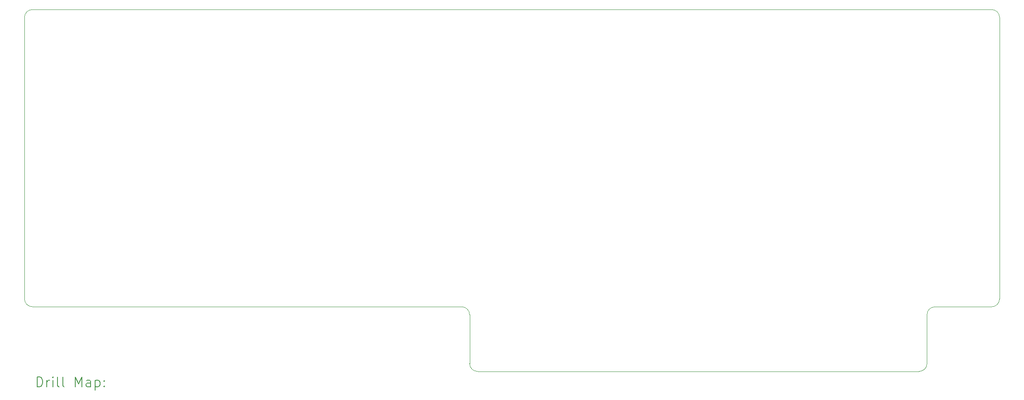
<source format=gbr>
%TF.GenerationSoftware,KiCad,Pcbnew,9.0.3*%
%TF.CreationDate,2025-12-15T21:45:09+00:00*%
%TF.ProjectId,TC02Mini,54433032-4d69-46e6-992e-6b696361645f,rev?*%
%TF.SameCoordinates,Original*%
%TF.FileFunction,Drillmap*%
%TF.FilePolarity,Positive*%
%FSLAX45Y45*%
G04 Gerber Fmt 4.5, Leading zero omitted, Abs format (unit mm)*
G04 Created by KiCad (PCBNEW 9.0.3) date 2025-12-15 21:45:09*
%MOMM*%
%LPD*%
G01*
G04 APERTURE LIST*
%ADD10C,0.050000*%
%ADD11C,0.200000*%
G04 APERTURE END LIST*
D10*
X24492450Y-6688997D02*
G75*
G02*
X24654453Y-6851000I0J-162003D01*
G01*
X23169453Y-12948550D02*
G75*
G02*
X23331456Y-12786543I162007J0D01*
G01*
X13969002Y-14112000D02*
X23007450Y-14112000D01*
X13643997Y-12785997D02*
G75*
G02*
X13806003Y-12948000I3J-162003D01*
G01*
X4693550Y-6851003D02*
G75*
G02*
X4855554Y-6689000I162000J3D01*
G01*
X24492450Y-6688997D02*
X4855554Y-6688997D01*
X13968003Y-14112003D02*
G75*
G02*
X13805997Y-13950000I-3J162003D01*
G01*
X13806000Y-12948000D02*
X13806000Y-13950000D01*
X24654453Y-12624544D02*
G75*
G02*
X24492450Y-12786543I-162003J4D01*
G01*
X23169453Y-13949997D02*
X23169453Y-12948550D01*
X4855554Y-12786003D02*
G75*
G02*
X4693547Y-12624000I-4J162003D01*
G01*
X4855550Y-12786003D02*
X13644000Y-12786003D01*
X24654453Y-12624544D02*
X24654453Y-6851000D01*
X23331456Y-12786547D02*
X24492450Y-12786547D01*
X23169453Y-13949997D02*
G75*
G02*
X23007450Y-14112003I-162003J-3D01*
G01*
X4693550Y-6851000D02*
X4693550Y-12624000D01*
D11*
X4951827Y-14425987D02*
X4951827Y-14225987D01*
X4951827Y-14225987D02*
X4999446Y-14225987D01*
X4999446Y-14225987D02*
X5028018Y-14235511D01*
X5028018Y-14235511D02*
X5047065Y-14254558D01*
X5047065Y-14254558D02*
X5056589Y-14273606D01*
X5056589Y-14273606D02*
X5066113Y-14311701D01*
X5066113Y-14311701D02*
X5066113Y-14340273D01*
X5066113Y-14340273D02*
X5056589Y-14378368D01*
X5056589Y-14378368D02*
X5047065Y-14397415D01*
X5047065Y-14397415D02*
X5028018Y-14416463D01*
X5028018Y-14416463D02*
X4999446Y-14425987D01*
X4999446Y-14425987D02*
X4951827Y-14425987D01*
X5151827Y-14425987D02*
X5151827Y-14292653D01*
X5151827Y-14330749D02*
X5161351Y-14311701D01*
X5161351Y-14311701D02*
X5170875Y-14302177D01*
X5170875Y-14302177D02*
X5189922Y-14292653D01*
X5189922Y-14292653D02*
X5208970Y-14292653D01*
X5275637Y-14425987D02*
X5275637Y-14292653D01*
X5275637Y-14225987D02*
X5266113Y-14235511D01*
X5266113Y-14235511D02*
X5275637Y-14245034D01*
X5275637Y-14245034D02*
X5285161Y-14235511D01*
X5285161Y-14235511D02*
X5275637Y-14225987D01*
X5275637Y-14225987D02*
X5275637Y-14245034D01*
X5399446Y-14425987D02*
X5380399Y-14416463D01*
X5380399Y-14416463D02*
X5370875Y-14397415D01*
X5370875Y-14397415D02*
X5370875Y-14225987D01*
X5504208Y-14425987D02*
X5485161Y-14416463D01*
X5485161Y-14416463D02*
X5475637Y-14397415D01*
X5475637Y-14397415D02*
X5475637Y-14225987D01*
X5732780Y-14425987D02*
X5732780Y-14225987D01*
X5732780Y-14225987D02*
X5799446Y-14368844D01*
X5799446Y-14368844D02*
X5866113Y-14225987D01*
X5866113Y-14225987D02*
X5866113Y-14425987D01*
X6047065Y-14425987D02*
X6047065Y-14321225D01*
X6047065Y-14321225D02*
X6037541Y-14302177D01*
X6037541Y-14302177D02*
X6018494Y-14292653D01*
X6018494Y-14292653D02*
X5980399Y-14292653D01*
X5980399Y-14292653D02*
X5961351Y-14302177D01*
X6047065Y-14416463D02*
X6028018Y-14425987D01*
X6028018Y-14425987D02*
X5980399Y-14425987D01*
X5980399Y-14425987D02*
X5961351Y-14416463D01*
X5961351Y-14416463D02*
X5951827Y-14397415D01*
X5951827Y-14397415D02*
X5951827Y-14378368D01*
X5951827Y-14378368D02*
X5961351Y-14359320D01*
X5961351Y-14359320D02*
X5980399Y-14349796D01*
X5980399Y-14349796D02*
X6028018Y-14349796D01*
X6028018Y-14349796D02*
X6047065Y-14340273D01*
X6142303Y-14292653D02*
X6142303Y-14492653D01*
X6142303Y-14302177D02*
X6161351Y-14292653D01*
X6161351Y-14292653D02*
X6199446Y-14292653D01*
X6199446Y-14292653D02*
X6218494Y-14302177D01*
X6218494Y-14302177D02*
X6228018Y-14311701D01*
X6228018Y-14311701D02*
X6237541Y-14330749D01*
X6237541Y-14330749D02*
X6237541Y-14387892D01*
X6237541Y-14387892D02*
X6228018Y-14406939D01*
X6228018Y-14406939D02*
X6218494Y-14416463D01*
X6218494Y-14416463D02*
X6199446Y-14425987D01*
X6199446Y-14425987D02*
X6161351Y-14425987D01*
X6161351Y-14425987D02*
X6142303Y-14416463D01*
X6323256Y-14406939D02*
X6332780Y-14416463D01*
X6332780Y-14416463D02*
X6323256Y-14425987D01*
X6323256Y-14425987D02*
X6313732Y-14416463D01*
X6313732Y-14416463D02*
X6323256Y-14406939D01*
X6323256Y-14406939D02*
X6323256Y-14425987D01*
X6323256Y-14302177D02*
X6332780Y-14311701D01*
X6332780Y-14311701D02*
X6323256Y-14321225D01*
X6323256Y-14321225D02*
X6313732Y-14311701D01*
X6313732Y-14311701D02*
X6323256Y-14302177D01*
X6323256Y-14302177D02*
X6323256Y-14321225D01*
M02*

</source>
